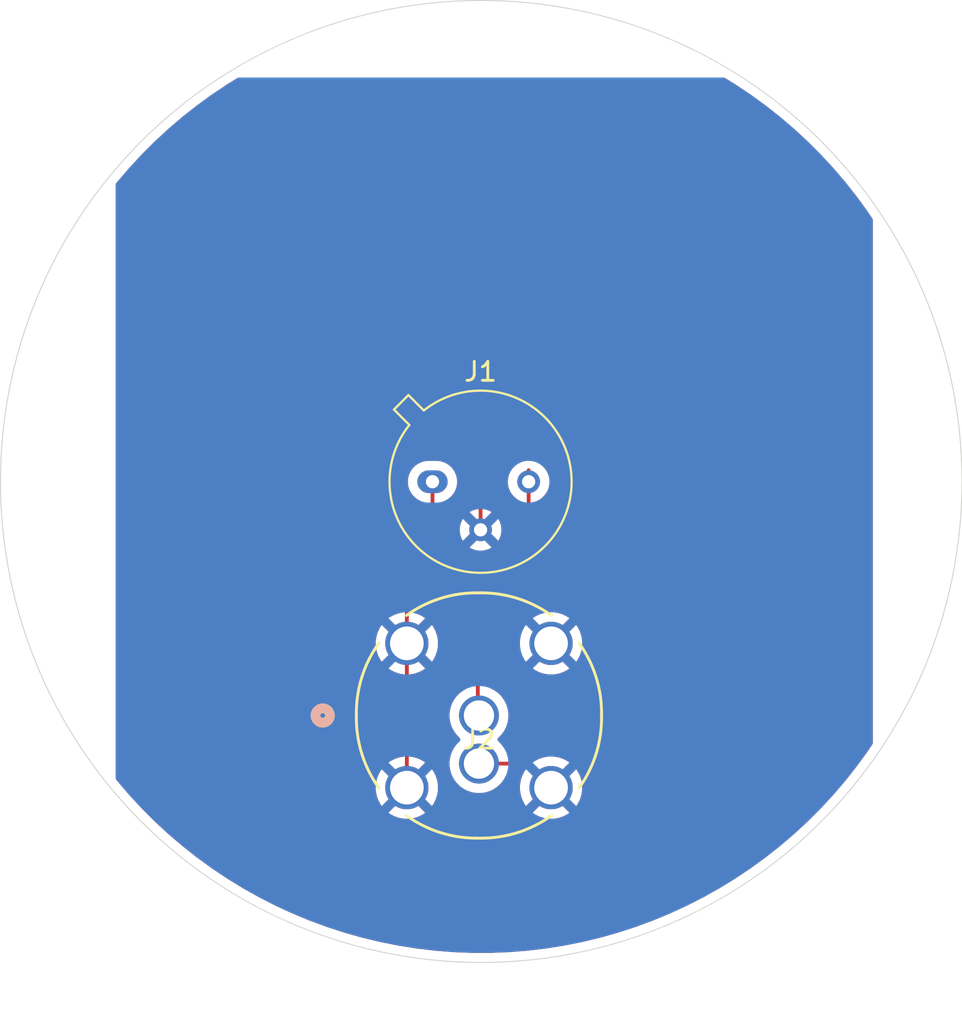
<source format=kicad_pcb>
(kicad_pcb (version 20241229) (generator "pcbnew") (generator_version "9.0")
  (layers (0 "F.Cu" signal) (2 "B.Cu" signal) (13 "F.Paste" user) (15 "B.Paste" user) (5 "F.SilkS" user "F.Silkscreen") (7 "B.SilkS" user "B.Silkscreen") (1 "F.Mask" user) (3 "B.Mask" user) (25 "Edge.Cuts" user))
  (net 0 "")
  (net 1 "Net-(J1-Pin_1)")
  (net 2 "Net-(J1-Pin_3)")
  (net 3 "GND")
  (footprint "KiCADv6:CONN_CBJ70_CIN" (layer "F.Cu") (at 159.69 81.19)
    (property "Reference" "J2" (at 0 1.27 0) (layer "F.SilkS"))
    (property "Value" "CBJ70 Triax Throughhole Connector")
    (fp_line (start -6.477 -0.127) (end -6.477 0.127) (stroke (width 0.1524)) (layer "F.SilkS"))
    (fp_line (start -0.127 6.477) (end 0.127 6.477) (stroke (width 0.1524)) (layer "F.SilkS"))
    (fp_line (start 0.127 -6.477) (end -0.127 -6.477) (stroke (width 0.1524)) (layer "F.SilkS"))
    (fp_line (start 6.477 0.127) (end 6.477 -0.127) (stroke (width 0.1524)) (layer "F.SilkS"))
    (fp_arc (start -6.477 -0.127005) (mid -6.171817 -2.071914) (end -5.285605 -3.829877) (stroke (width 0.1524)) (layer "F.SilkS"))
    (fp_arc (start -5.285607 3.829874) (mid -6.171818 2.07191) (end -6.477 0.127) (stroke (width 0.1524)) (layer "F.SilkS"))
    (fp_arc (start -3.829874 -5.285607) (mid -2.07191 -6.171818) (end -0.127 -6.477) (stroke (width 0.1524)) (layer "F.SilkS"))
    (fp_arc (start -0.127005 6.477) (mid -2.071914 6.171817) (end -3.829877 5.285605) (stroke (width 0.1524)) (layer "F.SilkS"))
    (fp_arc (start 0.127 -6.477) (mid 2.07191 -6.171818) (end 3.829874 -5.285607) (stroke (width 0.1524)) (layer "F.SilkS"))
    (fp_arc (start 3.829874 5.285607) (mid 2.07191 6.171818) (end 0.127 6.477) (stroke (width 0.1524)) (layer "F.SilkS"))
    (fp_arc (start 5.285607 -3.829874) (mid 6.171818 -2.07191) (end 6.477 -0.127) (stroke (width 0.1524)) (layer "F.SilkS"))
    (fp_arc (start 6.477 0.127002) (mid 6.171818 2.071911) (end 5.285606 3.829875) (stroke (width 0.1524)) (layer "F.SilkS"))
    (fp_circle (center -8.255 0) (end -7.874 0) (stroke (width 0.508)) (fill no) (layer "F.SilkS"))
    (fp_circle (center -8.255 0) (end -7.874 0) (stroke (width 0.508)) (fill no) (layer "B.SilkS"))
    (pad "1" thru_hole circle (at 0 0) (size 2.1082 2.1082) (drill 1.6002) (layers "*.Cu" "*.Mask") (net 1 "Net-(J1-Pin_1)"))
    (pad "2" thru_hole circle (at 0 2.54) (size 2.1082 2.1082) (drill 1.6002) (layers "*.Cu" "*.Mask") (net 2 "Net-(J1-Pin_3)"))
    (pad "3" thru_hole circle (at -3.81 -3.81) (size 2.286 2.286) (drill 1.778) (layers "*.Cu" "*.Mask") (net 3 "GND"))
    (pad "4" thru_hole circle (at 3.81 -3.81) (size 2.286 2.286) (drill 1.778) (layers "*.Cu" "*.Mask" "Dwgs.User") (net 3 "GND"))
    (pad "5" thru_hole circle (at -3.81 3.81) (size 2.286 2.286) (drill 1.778) (layers "*.Cu" "*.Mask") (net 3 "GND"))
    (pad "6" thru_hole circle (at 3.81 3.81) (size 2.286 2.286) (drill 1.778) (layers "*.Cu" "*.Mask") (net 3 "GND"))
  )
  (footprint "Package_TO_SOT_THT:TO-5-3" (layer "F.Cu") (at 157.235 68.8448)
    (property "Reference" "J1" (at 2.54 -5.81 0) (layer "F.SilkS"))
    (property "Value" "TO-5 Photodiode Socket: Conn_01x03")
    (fp_line (start -2.034693 -3.811018) (end -1.22152 -2.997844) (stroke (width 0.12)) (layer "F.SilkS"))
    (fp_line (start -1.271018 -4.574693) (end -2.034693 -3.811018) (stroke (width 0.12)) (layer "F.SilkS"))
    (fp_line (start -0.457844 -3.76152) (end -1.271018 -4.574693) (stroke (width 0.12)) (layer "F.SilkS"))
    (fp_arc (start -0.457844 -3.76152) (mid 5.941184 3.401184) (end -1.22152 -2.997844) (stroke (width 0.12)) (layer "F.SilkS"))
    (pad "1" thru_hole oval (at 0 0) (size 1.6 1.2) (drill 0.7) (layers "*.Cu" "*.Mask") (net 1 "Net-(J1-Pin_1)"))
    (pad "2" thru_hole circle (at 2.54 2.54) (size 1.2 1.2) (drill 0.7) (layers "*.Cu" "*.Mask") (net 3 "GND"))
    (pad "3" thru_hole circle (at 5.08 0) (size 1.2 1.2) (drill 0.7) (layers "*.Cu" "*.Mask") (net 2 "Net-(J1-Pin_3)"))
  )
  (gr_circle (center 159.81 68.83) (end 185.21 68.83) (stroke (width 0.05)) (fill no) (layer "Edge.Cuts"))
  (segment (start 157.235 72.825) (end 159.63 75.22) (width 0.2) (layer "F.Cu") (net 1))
  (segment (start 157.235 68.8448) (end 157.235 72.825) (width 0.2) (layer "F.Cu") (net 1))
  (segment (start 159.63 75.22) (end 159.63 81.03) (width 0.2) (layer "F.Cu") (net 1))
  (segment (start 162.5 80.5) (end 162.5 82.5) (width 0.2) (layer "F.Cu") (net 2))
  (segment (start 162.315 74.185) (end 161.5 75) (width 0.2) (layer "F.Cu") (net 2))
  (segment (start 161.5 75) (end 161.5 79.5) (width 0.2) (layer "F.Cu") (net 2))
  (segment (start 161.5 79.5) (end 162.5 80.5) (width 0.2) (layer "F.Cu") (net 2))
  (segment (start 162.315 68.8448) (end 162.315 68.235) (width 0.2) (layer "F.Cu") (net 2))
  (segment (start 162.5 82.5) (end 161.27 83.73) (width 0.2) (layer "F.Cu") (net 2))
  (segment (start 161.27 83.73) (end 159.69 83.73) (width 0.2) (layer "F.Cu") (net 2))
  (segment (start 162.315 68.8448) (end 162.315 74.185) (width 0.2) (layer "F.Cu") (net 2))
  (segment (start 159.775 71.3848) (end 159.775 67.275) (width 0.2) (layer "F.Cu") (net 3))
  (segment (start 158.5 66) (end 156 66) (width 0.2) (layer "F.Cu") (net 3))
  (segment (start 154.5 67.5) (end 154.5 74) (width 0.2) (layer "F.Cu") (net 3))
  (segment (start 161.5 87) (end 163.5 85) (width 0.2) (layer "F.Cu") (net 3))
  (segment (start 163.5 85) (end 166 82.5) (width 0.2) (layer "F.Cu") (net 3))
  (segment (start 155.88 75.38) (end 155.88 77.38) (width 0.2) (layer "F.Cu") (net 3))
  (segment (start 155.88 77.38) (end 155.88 85) (width 0.2) (layer "F.Cu") (net 3))
  (segment (start 159.775 67.275) (end 158.5 66) (width 0.2) (layer "F.Cu") (net 3))
  (segment (start 154.5 74) (end 155.88 75.38) (width 0.2) (layer "F.Cu") (net 3))
  (segment (start 156 66) (end 154.5 67.5) (width 0.2) (layer "F.Cu") (net 3))
  (segment (start 166 79.88) (end 163.5 77.38) (width 0.2) (layer "F.Cu") (net 3))
  (segment (start 155.88 85) (end 157.88 87) (width 0.2) (layer "F.Cu") (net 3))
  (segment (start 166 82.5) (end 166 79.88) (width 0.2) (layer "F.Cu") (net 3))
  (segment (start 157.88 87) (end 161.5 87) (width 0.2) (layer "F.Cu") (net 3))
  (zone (net 3) (net_name "GND") (layer "F.Cu") (connect_pads (clearance 0.5)) (min_thickness 0.25) (fill yes (thermal_gap 0.5) (thermal_bridge_width 0.5))
    (polygon (pts (xy 140.5 47.5) (xy 180.5 47.5) (xy 180.5 97.5) (xy 140.5 97.5)))
  )
  (zone (net 3) (net_name "GND") (layer "B.Cu") (priority 1) (connect_pads (clearance 0.5)) (min_thickness 0.25) (fill yes (thermal_gap 0.5) (thermal_bridge_width 0.5))
    (polygon (pts (xy 140.5 47.5) (xy 180.5 47.5) (xy 180.5 97.5) (xy 140.5 97.5)))
  )
)
</source>
